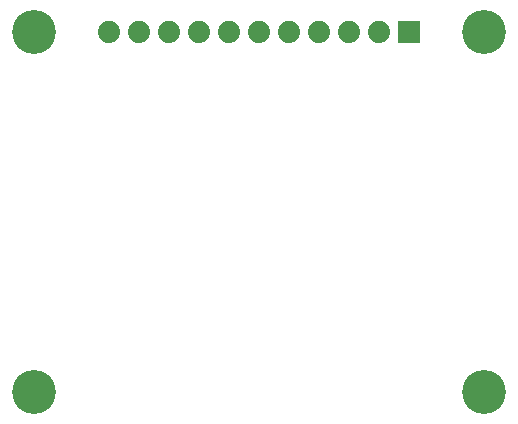
<source format=gbr>
G04 EAGLE Gerber RS-274X export*
G75*
%MOMM*%
%FSLAX34Y34*%
%LPD*%
%INSoldermask Bottom*%
%IPPOS*%
%AMOC8*
5,1,8,0,0,1.08239X$1,22.5*%
G01*
%ADD10C,3.719200*%
%ADD11R,1.879600X1.879600*%
%ADD12C,1.879600*%


D10*
X-190500Y-152400D03*
X190500Y-152400D03*
X190500Y152400D03*
X-190500Y152400D03*
D11*
X127000Y152400D03*
D12*
X101600Y152400D03*
X76200Y152400D03*
X50800Y152400D03*
X25400Y152400D03*
X0Y152400D03*
X-25400Y152400D03*
X-50800Y152400D03*
X-76200Y152400D03*
X-101600Y152400D03*
X-127000Y152400D03*
M02*

</source>
